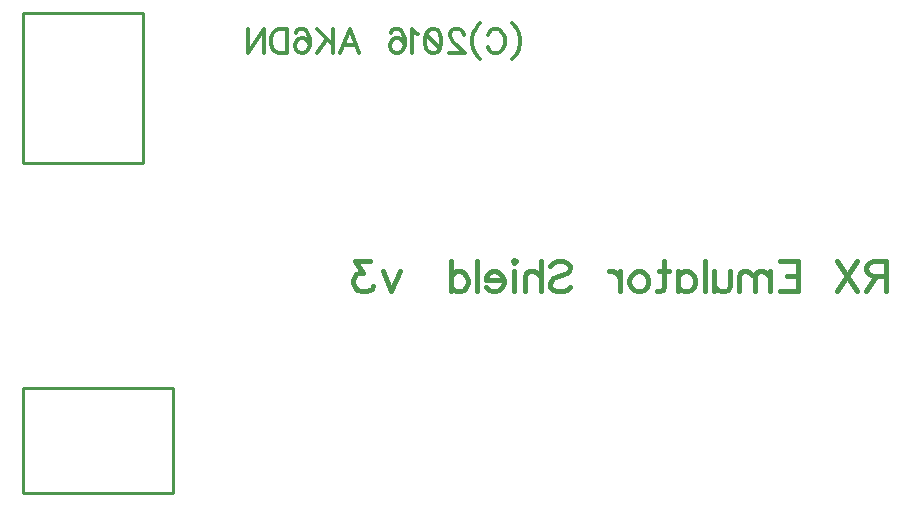
<source format=gbo>
G04 DipTrace 4.3.0.2*
G04 BottomSilk.gbr*
%MOIN*%
G04 #@! TF.FileFunction,Legend,Bot*
G04 #@! TF.Part,Single*
%ADD10C,0.01*%
%ADD53C,0.012351*%
%ADD54C,0.015439*%
%FSLAX26Y26*%
G04*
G70*
G90*
G75*
G01*
G04 BotSilk*
%LPD*%
X0Y1750000D2*
D10*
X400000D1*
Y1250000D1*
X0D1*
Y1750000D1*
Y500000D2*
X500000D1*
Y150000D1*
X0D1*
Y500000D1*
X1629951Y1718824D2*
D53*
X1637645Y1711219D1*
X1645250Y1699723D1*
X1652943Y1684425D1*
X1656746Y1665235D1*
Y1649936D1*
X1652943Y1630835D1*
X1645250Y1615537D1*
X1637645Y1604041D1*
X1629951Y1596435D1*
X1547857Y1678765D2*
X1551659Y1686370D1*
X1559353Y1694064D1*
X1566958Y1697866D1*
X1582256D1*
X1589950Y1694064D1*
X1597555Y1686370D1*
X1601446Y1678765D1*
X1605248Y1667269D1*
Y1648079D1*
X1601446Y1636672D1*
X1597555Y1628978D1*
X1589950Y1621373D1*
X1582256Y1617482D1*
X1566958D1*
X1559353Y1621373D1*
X1551659Y1628978D1*
X1547857Y1636672D1*
X1523154Y1718824D2*
X1515460Y1711219D1*
X1507855Y1699723D1*
X1500162Y1684425D1*
X1496359Y1665235D1*
Y1649936D1*
X1500162Y1630835D1*
X1507855Y1615537D1*
X1515460Y1604041D1*
X1523154Y1596435D1*
X1467765Y1678677D2*
Y1682479D1*
X1463963Y1690173D1*
X1460160Y1693975D1*
X1452467Y1697778D1*
X1437168D1*
X1429563Y1693975D1*
X1425760Y1690173D1*
X1421870Y1682479D1*
Y1674874D1*
X1425760Y1667180D1*
X1433366Y1655773D1*
X1471656Y1617482D1*
X1418067D1*
X1370372Y1697778D2*
X1381868Y1693975D1*
X1389562Y1682479D1*
X1393364Y1663378D1*
Y1651882D1*
X1389562Y1632781D1*
X1381868Y1621285D1*
X1370372Y1617482D1*
X1362767D1*
X1351271Y1621285D1*
X1343666Y1632781D1*
X1339775Y1651882D1*
Y1663378D1*
X1343666Y1682479D1*
X1351271Y1693975D1*
X1362767Y1697778D1*
X1370372D1*
X1343666Y1682479D2*
X1389562Y1632781D1*
X1315072Y1682479D2*
X1307379Y1686370D1*
X1295882Y1697778D1*
Y1617482D1*
X1225284Y1686370D2*
X1229086Y1693975D1*
X1240582Y1697778D1*
X1248188D1*
X1259684Y1693975D1*
X1267377Y1682479D1*
X1271180Y1663378D1*
Y1644277D1*
X1267377Y1628978D1*
X1259684Y1621285D1*
X1248188Y1617482D1*
X1244385D1*
X1232977Y1621285D1*
X1225284Y1628978D1*
X1221481Y1640474D1*
Y1644277D1*
X1225284Y1655773D1*
X1232977Y1663378D1*
X1244385Y1667180D1*
X1248188D1*
X1259684Y1663378D1*
X1267377Y1655773D1*
X1271180Y1644277D1*
X1057734Y1617482D2*
X1088420Y1697866D1*
X1119017Y1617482D1*
X1107521Y1644277D2*
X1069230D1*
X1033031Y1697866D2*
Y1617482D1*
X979442Y1697866D2*
X1033031Y1644277D1*
X1013930Y1663466D2*
X979442Y1617482D1*
X908843Y1686370D2*
X912646Y1693975D1*
X924142Y1697778D1*
X931747D1*
X943243Y1693975D1*
X950937Y1682479D1*
X954739Y1663378D1*
Y1644277D1*
X950937Y1628978D1*
X943243Y1621285D1*
X931747Y1617482D1*
X927945D1*
X916537Y1621285D1*
X908843Y1628978D1*
X905041Y1640474D1*
Y1644277D1*
X908843Y1655773D1*
X916537Y1663378D1*
X927945Y1667180D1*
X931747D1*
X943243Y1663378D1*
X950937Y1655773D1*
X954739Y1644277D1*
X880338Y1697866D2*
Y1617482D1*
X853543D1*
X842047Y1621373D1*
X834354Y1628978D1*
X830551Y1636672D1*
X826749Y1648079D1*
Y1667269D1*
X830551Y1678765D1*
X834354Y1686370D1*
X842047Y1694064D1*
X853543Y1697866D1*
X880338D1*
X748457D2*
Y1617482D1*
X802046Y1697866D1*
Y1617482D1*
X2876805Y875938D2*
D54*
X2833805D1*
X2819435Y880802D1*
X2814571Y885555D1*
X2809818Y895062D1*
Y904679D1*
X2814571Y914185D1*
X2819435Y919049D1*
X2833805Y923802D1*
X2876805D1*
Y823322D1*
X2843312Y875938D2*
X2809818Y823322D1*
X2778940Y923802D2*
X2711953Y823322D1*
Y923802D2*
X2778940Y823322D1*
X2521750Y923802D2*
X2583873D1*
Y823322D1*
X2521750D1*
X2583873Y875938D2*
X2545626D1*
X2490871Y890308D2*
Y823322D1*
Y871185D2*
X2476501Y885555D1*
X2466884Y890308D1*
X2452625D1*
X2443008Y885555D1*
X2438255Y871185D1*
Y823322D1*
Y871185D2*
X2423885Y885555D1*
X2414268Y890308D1*
X2400008D1*
X2390391Y885555D1*
X2385527Y871185D1*
Y823322D1*
X2354649Y890308D2*
Y842445D1*
X2349896Y828185D1*
X2340279Y823322D1*
X2325909D1*
X2316402Y828185D1*
X2302032Y842445D1*
Y890308D2*
Y823322D1*
X2271154Y923802D2*
Y823322D1*
X2182906Y890308D2*
Y823322D1*
Y875938D2*
X2192412Y885555D1*
X2202029Y890308D1*
X2216288D1*
X2225905Y885555D1*
X2235412Y875938D1*
X2240275Y861568D1*
Y852062D1*
X2235412Y837692D1*
X2225905Y828185D1*
X2216288Y823322D1*
X2202029D1*
X2192412Y828185D1*
X2182906Y837692D1*
X2137657Y923802D2*
Y842445D1*
X2132904Y828185D1*
X2123287Y823322D1*
X2113781D1*
X2152027Y890308D2*
X2118534D1*
X2059026D2*
X2068532Y885555D1*
X2078149Y875938D1*
X2082902Y861568D1*
Y852062D1*
X2078149Y837692D1*
X2068532Y828185D1*
X2059026Y823322D1*
X2044656D1*
X2035039Y828185D1*
X2025532Y837692D1*
X2020669Y852062D1*
Y861568D1*
X2025532Y875938D1*
X2035039Y885555D1*
X2044656Y890308D1*
X2059026D1*
X1989790D2*
Y823322D1*
Y861568D2*
X1984926Y875938D1*
X1975420Y885555D1*
X1965803Y890308D1*
X1951433D1*
X1756366Y909432D2*
X1765872Y919049D1*
X1780242Y923802D1*
X1799366D1*
X1813736Y919049D1*
X1823353Y909432D1*
Y899925D1*
X1818489Y890308D1*
X1813736Y885555D1*
X1804229Y880802D1*
X1775489Y871185D1*
X1765872Y866432D1*
X1761119Y861568D1*
X1756366Y852062D1*
Y837692D1*
X1765872Y828185D1*
X1780242Y823322D1*
X1799366D1*
X1813736Y828185D1*
X1823353Y837692D1*
X1725487Y923802D2*
Y823322D1*
Y871185D2*
X1711117Y885555D1*
X1701501Y890308D1*
X1687130D1*
X1677624Y885555D1*
X1672871Y871185D1*
Y823322D1*
X1641992Y923802D2*
X1637239Y919049D1*
X1632375Y923802D1*
X1637239Y928665D1*
X1641992Y923802D1*
X1637239Y890308D2*
Y823322D1*
X1601497Y861568D2*
X1544127D1*
Y871185D1*
X1548880Y880802D1*
X1553634Y885555D1*
X1563250Y890308D1*
X1577621D1*
X1587127Y885555D1*
X1596744Y875938D1*
X1601497Y861568D1*
Y852062D1*
X1596744Y837692D1*
X1587127Y828185D1*
X1577621Y823322D1*
X1563250D1*
X1553634Y828185D1*
X1544127Y837692D1*
X1513249Y923802D2*
Y823322D1*
X1425000Y923802D2*
Y823322D1*
Y875938D2*
X1434507Y885555D1*
X1444124Y890308D1*
X1458494D1*
X1468000Y885555D1*
X1477617Y875938D1*
X1482370Y861568D1*
Y852062D1*
X1477617Y837692D1*
X1468000Y828185D1*
X1458494Y823322D1*
X1444124D1*
X1434507Y828185D1*
X1425000Y837692D1*
X1255235Y890308D2*
X1226495Y823322D1*
X1197866Y890308D1*
X1157370Y923691D2*
X1104864D1*
X1133494Y885445D1*
X1119124D1*
X1109617Y880692D1*
X1104864Y875938D1*
X1100000Y861568D1*
Y852062D1*
X1104864Y837692D1*
X1114371Y828075D1*
X1128741Y823322D1*
X1143111D1*
X1157370Y828075D1*
X1162123Y832939D1*
X1166987Y842445D1*
M02*

</source>
